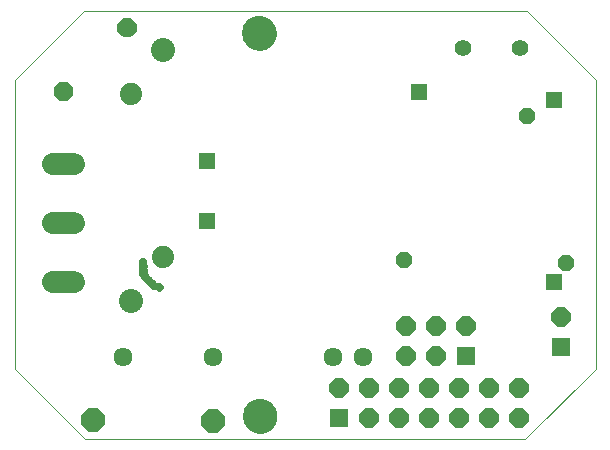
<source format=gbs>
G75*
%MOIN*%
%OFA0B0*%
%FSLAX25Y25*%
%IPPOS*%
%LPD*%
%AMOC8*
5,1,8,0,0,1.08239X$1,22.5*
%
%ADD10C,0.00000*%
%ADD11C,0.11424*%
%ADD12C,0.02762*%
%ADD13C,0.08000*%
%ADD14C,0.07400*%
%ADD15C,0.05600*%
%ADD16C,0.01267*%
%ADD17C,0.07450*%
%ADD18R,0.06400X0.06400*%
%ADD19OC8,0.06400*%
%ADD20OC8,0.08000*%
%ADD21OC8,0.05550*%
%ADD22R,0.05550X0.05550*%
%ADD23C,0.06337*%
D10*
X0001855Y0024792D02*
X0025398Y0001249D01*
X0172170Y0001249D01*
X0195713Y0024792D01*
X0195713Y0120934D01*
X0172564Y0144083D01*
X0025005Y0144083D01*
X0001855Y0120934D01*
X0001855Y0024792D01*
X0043627Y0056328D02*
X0043629Y0056397D01*
X0043635Y0056465D01*
X0043645Y0056533D01*
X0043659Y0056600D01*
X0043677Y0056667D01*
X0043698Y0056732D01*
X0043724Y0056796D01*
X0043753Y0056858D01*
X0043785Y0056918D01*
X0043821Y0056977D01*
X0043861Y0057033D01*
X0043903Y0057087D01*
X0043949Y0057138D01*
X0043998Y0057187D01*
X0044049Y0057233D01*
X0044103Y0057275D01*
X0044159Y0057315D01*
X0044217Y0057351D01*
X0044278Y0057383D01*
X0044340Y0057412D01*
X0044404Y0057438D01*
X0044469Y0057459D01*
X0044536Y0057477D01*
X0044603Y0057491D01*
X0044671Y0057501D01*
X0044739Y0057507D01*
X0044808Y0057509D01*
X0044877Y0057507D01*
X0044945Y0057501D01*
X0045013Y0057491D01*
X0045080Y0057477D01*
X0045147Y0057459D01*
X0045212Y0057438D01*
X0045276Y0057412D01*
X0045338Y0057383D01*
X0045398Y0057351D01*
X0045457Y0057315D01*
X0045513Y0057275D01*
X0045567Y0057233D01*
X0045618Y0057187D01*
X0045667Y0057138D01*
X0045713Y0057087D01*
X0045755Y0057033D01*
X0045795Y0056977D01*
X0045831Y0056918D01*
X0045863Y0056858D01*
X0045892Y0056796D01*
X0045918Y0056732D01*
X0045939Y0056667D01*
X0045957Y0056600D01*
X0045971Y0056533D01*
X0045981Y0056465D01*
X0045987Y0056397D01*
X0045989Y0056328D01*
X0045987Y0056259D01*
X0045981Y0056191D01*
X0045971Y0056123D01*
X0045957Y0056056D01*
X0045939Y0055989D01*
X0045918Y0055924D01*
X0045892Y0055860D01*
X0045863Y0055798D01*
X0045831Y0055737D01*
X0045795Y0055679D01*
X0045755Y0055623D01*
X0045713Y0055569D01*
X0045667Y0055518D01*
X0045618Y0055469D01*
X0045567Y0055423D01*
X0045513Y0055381D01*
X0045457Y0055341D01*
X0045399Y0055305D01*
X0045338Y0055273D01*
X0045276Y0055244D01*
X0045212Y0055218D01*
X0045147Y0055197D01*
X0045080Y0055179D01*
X0045013Y0055165D01*
X0044945Y0055155D01*
X0044877Y0055149D01*
X0044808Y0055147D01*
X0044739Y0055149D01*
X0044671Y0055155D01*
X0044603Y0055165D01*
X0044536Y0055179D01*
X0044469Y0055197D01*
X0044404Y0055218D01*
X0044340Y0055244D01*
X0044278Y0055273D01*
X0044217Y0055305D01*
X0044159Y0055341D01*
X0044103Y0055381D01*
X0044049Y0055423D01*
X0043998Y0055469D01*
X0043949Y0055518D01*
X0043903Y0055569D01*
X0043861Y0055623D01*
X0043821Y0055679D01*
X0043785Y0055737D01*
X0043753Y0055798D01*
X0043724Y0055860D01*
X0043698Y0055924D01*
X0043677Y0055989D01*
X0043659Y0056056D01*
X0043645Y0056123D01*
X0043635Y0056191D01*
X0043629Y0056259D01*
X0043627Y0056328D01*
X0043528Y0057607D02*
X0043530Y0057676D01*
X0043536Y0057744D01*
X0043546Y0057812D01*
X0043560Y0057879D01*
X0043578Y0057946D01*
X0043599Y0058011D01*
X0043625Y0058075D01*
X0043654Y0058137D01*
X0043686Y0058197D01*
X0043722Y0058256D01*
X0043762Y0058312D01*
X0043804Y0058366D01*
X0043850Y0058417D01*
X0043899Y0058466D01*
X0043950Y0058512D01*
X0044004Y0058554D01*
X0044060Y0058594D01*
X0044118Y0058630D01*
X0044179Y0058662D01*
X0044241Y0058691D01*
X0044305Y0058717D01*
X0044370Y0058738D01*
X0044437Y0058756D01*
X0044504Y0058770D01*
X0044572Y0058780D01*
X0044640Y0058786D01*
X0044709Y0058788D01*
X0044778Y0058786D01*
X0044846Y0058780D01*
X0044914Y0058770D01*
X0044981Y0058756D01*
X0045048Y0058738D01*
X0045113Y0058717D01*
X0045177Y0058691D01*
X0045239Y0058662D01*
X0045299Y0058630D01*
X0045358Y0058594D01*
X0045414Y0058554D01*
X0045468Y0058512D01*
X0045519Y0058466D01*
X0045568Y0058417D01*
X0045614Y0058366D01*
X0045656Y0058312D01*
X0045696Y0058256D01*
X0045732Y0058197D01*
X0045764Y0058137D01*
X0045793Y0058075D01*
X0045819Y0058011D01*
X0045840Y0057946D01*
X0045858Y0057879D01*
X0045872Y0057812D01*
X0045882Y0057744D01*
X0045888Y0057676D01*
X0045890Y0057607D01*
X0045888Y0057538D01*
X0045882Y0057470D01*
X0045872Y0057402D01*
X0045858Y0057335D01*
X0045840Y0057268D01*
X0045819Y0057203D01*
X0045793Y0057139D01*
X0045764Y0057077D01*
X0045732Y0057016D01*
X0045696Y0056958D01*
X0045656Y0056902D01*
X0045614Y0056848D01*
X0045568Y0056797D01*
X0045519Y0056748D01*
X0045468Y0056702D01*
X0045414Y0056660D01*
X0045358Y0056620D01*
X0045300Y0056584D01*
X0045239Y0056552D01*
X0045177Y0056523D01*
X0045113Y0056497D01*
X0045048Y0056476D01*
X0044981Y0056458D01*
X0044914Y0056444D01*
X0044846Y0056434D01*
X0044778Y0056428D01*
X0044709Y0056426D01*
X0044640Y0056428D01*
X0044572Y0056434D01*
X0044504Y0056444D01*
X0044437Y0056458D01*
X0044370Y0056476D01*
X0044305Y0056497D01*
X0044241Y0056523D01*
X0044179Y0056552D01*
X0044118Y0056584D01*
X0044060Y0056620D01*
X0044004Y0056660D01*
X0043950Y0056702D01*
X0043899Y0056748D01*
X0043850Y0056797D01*
X0043804Y0056848D01*
X0043762Y0056902D01*
X0043722Y0056958D01*
X0043686Y0057016D01*
X0043654Y0057077D01*
X0043625Y0057139D01*
X0043599Y0057203D01*
X0043578Y0057268D01*
X0043560Y0057335D01*
X0043546Y0057402D01*
X0043536Y0057470D01*
X0043530Y0057538D01*
X0043528Y0057607D01*
X0043528Y0058887D02*
X0043530Y0058956D01*
X0043536Y0059024D01*
X0043546Y0059092D01*
X0043560Y0059159D01*
X0043578Y0059226D01*
X0043599Y0059291D01*
X0043625Y0059355D01*
X0043654Y0059417D01*
X0043686Y0059477D01*
X0043722Y0059536D01*
X0043762Y0059592D01*
X0043804Y0059646D01*
X0043850Y0059697D01*
X0043899Y0059746D01*
X0043950Y0059792D01*
X0044004Y0059834D01*
X0044060Y0059874D01*
X0044118Y0059910D01*
X0044179Y0059942D01*
X0044241Y0059971D01*
X0044305Y0059997D01*
X0044370Y0060018D01*
X0044437Y0060036D01*
X0044504Y0060050D01*
X0044572Y0060060D01*
X0044640Y0060066D01*
X0044709Y0060068D01*
X0044778Y0060066D01*
X0044846Y0060060D01*
X0044914Y0060050D01*
X0044981Y0060036D01*
X0045048Y0060018D01*
X0045113Y0059997D01*
X0045177Y0059971D01*
X0045239Y0059942D01*
X0045299Y0059910D01*
X0045358Y0059874D01*
X0045414Y0059834D01*
X0045468Y0059792D01*
X0045519Y0059746D01*
X0045568Y0059697D01*
X0045614Y0059646D01*
X0045656Y0059592D01*
X0045696Y0059536D01*
X0045732Y0059477D01*
X0045764Y0059417D01*
X0045793Y0059355D01*
X0045819Y0059291D01*
X0045840Y0059226D01*
X0045858Y0059159D01*
X0045872Y0059092D01*
X0045882Y0059024D01*
X0045888Y0058956D01*
X0045890Y0058887D01*
X0045888Y0058818D01*
X0045882Y0058750D01*
X0045872Y0058682D01*
X0045858Y0058615D01*
X0045840Y0058548D01*
X0045819Y0058483D01*
X0045793Y0058419D01*
X0045764Y0058357D01*
X0045732Y0058296D01*
X0045696Y0058238D01*
X0045656Y0058182D01*
X0045614Y0058128D01*
X0045568Y0058077D01*
X0045519Y0058028D01*
X0045468Y0057982D01*
X0045414Y0057940D01*
X0045358Y0057900D01*
X0045300Y0057864D01*
X0045239Y0057832D01*
X0045177Y0057803D01*
X0045113Y0057777D01*
X0045048Y0057756D01*
X0044981Y0057738D01*
X0044914Y0057724D01*
X0044846Y0057714D01*
X0044778Y0057708D01*
X0044709Y0057706D01*
X0044640Y0057708D01*
X0044572Y0057714D01*
X0044504Y0057724D01*
X0044437Y0057738D01*
X0044370Y0057756D01*
X0044305Y0057777D01*
X0044241Y0057803D01*
X0044179Y0057832D01*
X0044118Y0057864D01*
X0044060Y0057900D01*
X0044004Y0057940D01*
X0043950Y0057982D01*
X0043899Y0058028D01*
X0043850Y0058077D01*
X0043804Y0058128D01*
X0043762Y0058182D01*
X0043722Y0058238D01*
X0043686Y0058296D01*
X0043654Y0058357D01*
X0043625Y0058419D01*
X0043599Y0058483D01*
X0043578Y0058548D01*
X0043560Y0058615D01*
X0043546Y0058682D01*
X0043536Y0058750D01*
X0043530Y0058818D01*
X0043528Y0058887D01*
X0043430Y0060265D02*
X0043432Y0060334D01*
X0043438Y0060402D01*
X0043448Y0060470D01*
X0043462Y0060537D01*
X0043480Y0060604D01*
X0043501Y0060669D01*
X0043527Y0060733D01*
X0043556Y0060795D01*
X0043588Y0060855D01*
X0043624Y0060914D01*
X0043664Y0060970D01*
X0043706Y0061024D01*
X0043752Y0061075D01*
X0043801Y0061124D01*
X0043852Y0061170D01*
X0043906Y0061212D01*
X0043962Y0061252D01*
X0044020Y0061288D01*
X0044081Y0061320D01*
X0044143Y0061349D01*
X0044207Y0061375D01*
X0044272Y0061396D01*
X0044339Y0061414D01*
X0044406Y0061428D01*
X0044474Y0061438D01*
X0044542Y0061444D01*
X0044611Y0061446D01*
X0044680Y0061444D01*
X0044748Y0061438D01*
X0044816Y0061428D01*
X0044883Y0061414D01*
X0044950Y0061396D01*
X0045015Y0061375D01*
X0045079Y0061349D01*
X0045141Y0061320D01*
X0045201Y0061288D01*
X0045260Y0061252D01*
X0045316Y0061212D01*
X0045370Y0061170D01*
X0045421Y0061124D01*
X0045470Y0061075D01*
X0045516Y0061024D01*
X0045558Y0060970D01*
X0045598Y0060914D01*
X0045634Y0060855D01*
X0045666Y0060795D01*
X0045695Y0060733D01*
X0045721Y0060669D01*
X0045742Y0060604D01*
X0045760Y0060537D01*
X0045774Y0060470D01*
X0045784Y0060402D01*
X0045790Y0060334D01*
X0045792Y0060265D01*
X0045790Y0060196D01*
X0045784Y0060128D01*
X0045774Y0060060D01*
X0045760Y0059993D01*
X0045742Y0059926D01*
X0045721Y0059861D01*
X0045695Y0059797D01*
X0045666Y0059735D01*
X0045634Y0059674D01*
X0045598Y0059616D01*
X0045558Y0059560D01*
X0045516Y0059506D01*
X0045470Y0059455D01*
X0045421Y0059406D01*
X0045370Y0059360D01*
X0045316Y0059318D01*
X0045260Y0059278D01*
X0045202Y0059242D01*
X0045141Y0059210D01*
X0045079Y0059181D01*
X0045015Y0059155D01*
X0044950Y0059134D01*
X0044883Y0059116D01*
X0044816Y0059102D01*
X0044748Y0059092D01*
X0044680Y0059086D01*
X0044611Y0059084D01*
X0044542Y0059086D01*
X0044474Y0059092D01*
X0044406Y0059102D01*
X0044339Y0059116D01*
X0044272Y0059134D01*
X0044207Y0059155D01*
X0044143Y0059181D01*
X0044081Y0059210D01*
X0044020Y0059242D01*
X0043962Y0059278D01*
X0043906Y0059318D01*
X0043852Y0059360D01*
X0043801Y0059406D01*
X0043752Y0059455D01*
X0043706Y0059506D01*
X0043664Y0059560D01*
X0043624Y0059616D01*
X0043588Y0059674D01*
X0043556Y0059735D01*
X0043527Y0059797D01*
X0043501Y0059861D01*
X0043480Y0059926D01*
X0043462Y0059993D01*
X0043448Y0060060D01*
X0043438Y0060128D01*
X0043432Y0060196D01*
X0043430Y0060265D01*
X0044316Y0055245D02*
X0044318Y0055314D01*
X0044324Y0055382D01*
X0044334Y0055450D01*
X0044348Y0055517D01*
X0044366Y0055584D01*
X0044387Y0055649D01*
X0044413Y0055713D01*
X0044442Y0055775D01*
X0044474Y0055835D01*
X0044510Y0055894D01*
X0044550Y0055950D01*
X0044592Y0056004D01*
X0044638Y0056055D01*
X0044687Y0056104D01*
X0044738Y0056150D01*
X0044792Y0056192D01*
X0044848Y0056232D01*
X0044906Y0056268D01*
X0044967Y0056300D01*
X0045029Y0056329D01*
X0045093Y0056355D01*
X0045158Y0056376D01*
X0045225Y0056394D01*
X0045292Y0056408D01*
X0045360Y0056418D01*
X0045428Y0056424D01*
X0045497Y0056426D01*
X0045566Y0056424D01*
X0045634Y0056418D01*
X0045702Y0056408D01*
X0045769Y0056394D01*
X0045836Y0056376D01*
X0045901Y0056355D01*
X0045965Y0056329D01*
X0046027Y0056300D01*
X0046087Y0056268D01*
X0046146Y0056232D01*
X0046202Y0056192D01*
X0046256Y0056150D01*
X0046307Y0056104D01*
X0046356Y0056055D01*
X0046402Y0056004D01*
X0046444Y0055950D01*
X0046484Y0055894D01*
X0046520Y0055835D01*
X0046552Y0055775D01*
X0046581Y0055713D01*
X0046607Y0055649D01*
X0046628Y0055584D01*
X0046646Y0055517D01*
X0046660Y0055450D01*
X0046670Y0055382D01*
X0046676Y0055314D01*
X0046678Y0055245D01*
X0046676Y0055176D01*
X0046670Y0055108D01*
X0046660Y0055040D01*
X0046646Y0054973D01*
X0046628Y0054906D01*
X0046607Y0054841D01*
X0046581Y0054777D01*
X0046552Y0054715D01*
X0046520Y0054654D01*
X0046484Y0054596D01*
X0046444Y0054540D01*
X0046402Y0054486D01*
X0046356Y0054435D01*
X0046307Y0054386D01*
X0046256Y0054340D01*
X0046202Y0054298D01*
X0046146Y0054258D01*
X0046088Y0054222D01*
X0046027Y0054190D01*
X0045965Y0054161D01*
X0045901Y0054135D01*
X0045836Y0054114D01*
X0045769Y0054096D01*
X0045702Y0054082D01*
X0045634Y0054072D01*
X0045566Y0054066D01*
X0045497Y0054064D01*
X0045428Y0054066D01*
X0045360Y0054072D01*
X0045292Y0054082D01*
X0045225Y0054096D01*
X0045158Y0054114D01*
X0045093Y0054135D01*
X0045029Y0054161D01*
X0044967Y0054190D01*
X0044906Y0054222D01*
X0044848Y0054258D01*
X0044792Y0054298D01*
X0044738Y0054340D01*
X0044687Y0054386D01*
X0044638Y0054435D01*
X0044592Y0054486D01*
X0044550Y0054540D01*
X0044510Y0054596D01*
X0044474Y0054654D01*
X0044442Y0054715D01*
X0044413Y0054777D01*
X0044387Y0054841D01*
X0044366Y0054906D01*
X0044348Y0054973D01*
X0044334Y0055040D01*
X0044324Y0055108D01*
X0044318Y0055176D01*
X0044316Y0055245D01*
X0045202Y0054359D02*
X0045204Y0054428D01*
X0045210Y0054496D01*
X0045220Y0054564D01*
X0045234Y0054631D01*
X0045252Y0054698D01*
X0045273Y0054763D01*
X0045299Y0054827D01*
X0045328Y0054889D01*
X0045360Y0054949D01*
X0045396Y0055008D01*
X0045436Y0055064D01*
X0045478Y0055118D01*
X0045524Y0055169D01*
X0045573Y0055218D01*
X0045624Y0055264D01*
X0045678Y0055306D01*
X0045734Y0055346D01*
X0045792Y0055382D01*
X0045853Y0055414D01*
X0045915Y0055443D01*
X0045979Y0055469D01*
X0046044Y0055490D01*
X0046111Y0055508D01*
X0046178Y0055522D01*
X0046246Y0055532D01*
X0046314Y0055538D01*
X0046383Y0055540D01*
X0046452Y0055538D01*
X0046520Y0055532D01*
X0046588Y0055522D01*
X0046655Y0055508D01*
X0046722Y0055490D01*
X0046787Y0055469D01*
X0046851Y0055443D01*
X0046913Y0055414D01*
X0046973Y0055382D01*
X0047032Y0055346D01*
X0047088Y0055306D01*
X0047142Y0055264D01*
X0047193Y0055218D01*
X0047242Y0055169D01*
X0047288Y0055118D01*
X0047330Y0055064D01*
X0047370Y0055008D01*
X0047406Y0054949D01*
X0047438Y0054889D01*
X0047467Y0054827D01*
X0047493Y0054763D01*
X0047514Y0054698D01*
X0047532Y0054631D01*
X0047546Y0054564D01*
X0047556Y0054496D01*
X0047562Y0054428D01*
X0047564Y0054359D01*
X0047562Y0054290D01*
X0047556Y0054222D01*
X0047546Y0054154D01*
X0047532Y0054087D01*
X0047514Y0054020D01*
X0047493Y0053955D01*
X0047467Y0053891D01*
X0047438Y0053829D01*
X0047406Y0053768D01*
X0047370Y0053710D01*
X0047330Y0053654D01*
X0047288Y0053600D01*
X0047242Y0053549D01*
X0047193Y0053500D01*
X0047142Y0053454D01*
X0047088Y0053412D01*
X0047032Y0053372D01*
X0046974Y0053336D01*
X0046913Y0053304D01*
X0046851Y0053275D01*
X0046787Y0053249D01*
X0046722Y0053228D01*
X0046655Y0053210D01*
X0046588Y0053196D01*
X0046520Y0053186D01*
X0046452Y0053180D01*
X0046383Y0053178D01*
X0046314Y0053180D01*
X0046246Y0053186D01*
X0046178Y0053196D01*
X0046111Y0053210D01*
X0046044Y0053228D01*
X0045979Y0053249D01*
X0045915Y0053275D01*
X0045853Y0053304D01*
X0045792Y0053336D01*
X0045734Y0053372D01*
X0045678Y0053412D01*
X0045624Y0053454D01*
X0045573Y0053500D01*
X0045524Y0053549D01*
X0045478Y0053600D01*
X0045436Y0053654D01*
X0045396Y0053710D01*
X0045360Y0053768D01*
X0045328Y0053829D01*
X0045299Y0053891D01*
X0045273Y0053955D01*
X0045252Y0054020D01*
X0045234Y0054087D01*
X0045220Y0054154D01*
X0045210Y0054222D01*
X0045204Y0054290D01*
X0045202Y0054359D01*
X0046284Y0053375D02*
X0046286Y0053444D01*
X0046292Y0053512D01*
X0046302Y0053580D01*
X0046316Y0053647D01*
X0046334Y0053714D01*
X0046355Y0053779D01*
X0046381Y0053843D01*
X0046410Y0053905D01*
X0046442Y0053965D01*
X0046478Y0054024D01*
X0046518Y0054080D01*
X0046560Y0054134D01*
X0046606Y0054185D01*
X0046655Y0054234D01*
X0046706Y0054280D01*
X0046760Y0054322D01*
X0046816Y0054362D01*
X0046874Y0054398D01*
X0046935Y0054430D01*
X0046997Y0054459D01*
X0047061Y0054485D01*
X0047126Y0054506D01*
X0047193Y0054524D01*
X0047260Y0054538D01*
X0047328Y0054548D01*
X0047396Y0054554D01*
X0047465Y0054556D01*
X0047534Y0054554D01*
X0047602Y0054548D01*
X0047670Y0054538D01*
X0047737Y0054524D01*
X0047804Y0054506D01*
X0047869Y0054485D01*
X0047933Y0054459D01*
X0047995Y0054430D01*
X0048055Y0054398D01*
X0048114Y0054362D01*
X0048170Y0054322D01*
X0048224Y0054280D01*
X0048275Y0054234D01*
X0048324Y0054185D01*
X0048370Y0054134D01*
X0048412Y0054080D01*
X0048452Y0054024D01*
X0048488Y0053965D01*
X0048520Y0053905D01*
X0048549Y0053843D01*
X0048575Y0053779D01*
X0048596Y0053714D01*
X0048614Y0053647D01*
X0048628Y0053580D01*
X0048638Y0053512D01*
X0048644Y0053444D01*
X0048646Y0053375D01*
X0048644Y0053306D01*
X0048638Y0053238D01*
X0048628Y0053170D01*
X0048614Y0053103D01*
X0048596Y0053036D01*
X0048575Y0052971D01*
X0048549Y0052907D01*
X0048520Y0052845D01*
X0048488Y0052784D01*
X0048452Y0052726D01*
X0048412Y0052670D01*
X0048370Y0052616D01*
X0048324Y0052565D01*
X0048275Y0052516D01*
X0048224Y0052470D01*
X0048170Y0052428D01*
X0048114Y0052388D01*
X0048056Y0052352D01*
X0047995Y0052320D01*
X0047933Y0052291D01*
X0047869Y0052265D01*
X0047804Y0052244D01*
X0047737Y0052226D01*
X0047670Y0052212D01*
X0047602Y0052202D01*
X0047534Y0052196D01*
X0047465Y0052194D01*
X0047396Y0052196D01*
X0047328Y0052202D01*
X0047260Y0052212D01*
X0047193Y0052226D01*
X0047126Y0052244D01*
X0047061Y0052265D01*
X0046997Y0052291D01*
X0046935Y0052320D01*
X0046874Y0052352D01*
X0046816Y0052388D01*
X0046760Y0052428D01*
X0046706Y0052470D01*
X0046655Y0052516D01*
X0046606Y0052565D01*
X0046560Y0052616D01*
X0046518Y0052670D01*
X0046478Y0052726D01*
X0046442Y0052784D01*
X0046410Y0052845D01*
X0046381Y0052907D01*
X0046355Y0052971D01*
X0046334Y0053036D01*
X0046316Y0053103D01*
X0046302Y0053170D01*
X0046292Y0053238D01*
X0046286Y0053306D01*
X0046284Y0053375D01*
X0047269Y0052391D02*
X0047271Y0052460D01*
X0047277Y0052528D01*
X0047287Y0052596D01*
X0047301Y0052663D01*
X0047319Y0052730D01*
X0047340Y0052795D01*
X0047366Y0052859D01*
X0047395Y0052921D01*
X0047427Y0052981D01*
X0047463Y0053040D01*
X0047503Y0053096D01*
X0047545Y0053150D01*
X0047591Y0053201D01*
X0047640Y0053250D01*
X0047691Y0053296D01*
X0047745Y0053338D01*
X0047801Y0053378D01*
X0047859Y0053414D01*
X0047920Y0053446D01*
X0047982Y0053475D01*
X0048046Y0053501D01*
X0048111Y0053522D01*
X0048178Y0053540D01*
X0048245Y0053554D01*
X0048313Y0053564D01*
X0048381Y0053570D01*
X0048450Y0053572D01*
X0048519Y0053570D01*
X0048587Y0053564D01*
X0048655Y0053554D01*
X0048722Y0053540D01*
X0048789Y0053522D01*
X0048854Y0053501D01*
X0048918Y0053475D01*
X0048980Y0053446D01*
X0049040Y0053414D01*
X0049099Y0053378D01*
X0049155Y0053338D01*
X0049209Y0053296D01*
X0049260Y0053250D01*
X0049309Y0053201D01*
X0049355Y0053150D01*
X0049397Y0053096D01*
X0049437Y0053040D01*
X0049473Y0052981D01*
X0049505Y0052921D01*
X0049534Y0052859D01*
X0049560Y0052795D01*
X0049581Y0052730D01*
X0049599Y0052663D01*
X0049613Y0052596D01*
X0049623Y0052528D01*
X0049629Y0052460D01*
X0049631Y0052391D01*
X0049629Y0052322D01*
X0049623Y0052254D01*
X0049613Y0052186D01*
X0049599Y0052119D01*
X0049581Y0052052D01*
X0049560Y0051987D01*
X0049534Y0051923D01*
X0049505Y0051861D01*
X0049473Y0051800D01*
X0049437Y0051742D01*
X0049397Y0051686D01*
X0049355Y0051632D01*
X0049309Y0051581D01*
X0049260Y0051532D01*
X0049209Y0051486D01*
X0049155Y0051444D01*
X0049099Y0051404D01*
X0049041Y0051368D01*
X0048980Y0051336D01*
X0048918Y0051307D01*
X0048854Y0051281D01*
X0048789Y0051260D01*
X0048722Y0051242D01*
X0048655Y0051228D01*
X0048587Y0051218D01*
X0048519Y0051212D01*
X0048450Y0051210D01*
X0048381Y0051212D01*
X0048313Y0051218D01*
X0048245Y0051228D01*
X0048178Y0051242D01*
X0048111Y0051260D01*
X0048046Y0051281D01*
X0047982Y0051307D01*
X0047920Y0051336D01*
X0047859Y0051368D01*
X0047801Y0051404D01*
X0047745Y0051444D01*
X0047691Y0051486D01*
X0047640Y0051532D01*
X0047591Y0051581D01*
X0047545Y0051632D01*
X0047503Y0051686D01*
X0047463Y0051742D01*
X0047427Y0051800D01*
X0047395Y0051861D01*
X0047366Y0051923D01*
X0047340Y0051987D01*
X0047319Y0052052D01*
X0047301Y0052119D01*
X0047287Y0052186D01*
X0047277Y0052254D01*
X0047271Y0052322D01*
X0047269Y0052391D01*
X0048843Y0051997D02*
X0048845Y0052066D01*
X0048851Y0052134D01*
X0048861Y0052202D01*
X0048875Y0052269D01*
X0048893Y0052336D01*
X0048914Y0052401D01*
X0048940Y0052465D01*
X0048969Y0052527D01*
X0049001Y0052587D01*
X0049037Y0052646D01*
X0049077Y0052702D01*
X0049119Y0052756D01*
X0049165Y0052807D01*
X0049214Y0052856D01*
X0049265Y0052902D01*
X0049319Y0052944D01*
X0049375Y0052984D01*
X0049433Y0053020D01*
X0049494Y0053052D01*
X0049556Y0053081D01*
X0049620Y0053107D01*
X0049685Y0053128D01*
X0049752Y0053146D01*
X0049819Y0053160D01*
X0049887Y0053170D01*
X0049955Y0053176D01*
X0050024Y0053178D01*
X0050093Y0053176D01*
X0050161Y0053170D01*
X0050229Y0053160D01*
X0050296Y0053146D01*
X0050363Y0053128D01*
X0050428Y0053107D01*
X0050492Y0053081D01*
X0050554Y0053052D01*
X0050614Y0053020D01*
X0050673Y0052984D01*
X0050729Y0052944D01*
X0050783Y0052902D01*
X0050834Y0052856D01*
X0050883Y0052807D01*
X0050929Y0052756D01*
X0050971Y0052702D01*
X0051011Y0052646D01*
X0051047Y0052587D01*
X0051079Y0052527D01*
X0051108Y0052465D01*
X0051134Y0052401D01*
X0051155Y0052336D01*
X0051173Y0052269D01*
X0051187Y0052202D01*
X0051197Y0052134D01*
X0051203Y0052066D01*
X0051205Y0051997D01*
X0051203Y0051928D01*
X0051197Y0051860D01*
X0051187Y0051792D01*
X0051173Y0051725D01*
X0051155Y0051658D01*
X0051134Y0051593D01*
X0051108Y0051529D01*
X0051079Y0051467D01*
X0051047Y0051406D01*
X0051011Y0051348D01*
X0050971Y0051292D01*
X0050929Y0051238D01*
X0050883Y0051187D01*
X0050834Y0051138D01*
X0050783Y0051092D01*
X0050729Y0051050D01*
X0050673Y0051010D01*
X0050615Y0050974D01*
X0050554Y0050942D01*
X0050492Y0050913D01*
X0050428Y0050887D01*
X0050363Y0050866D01*
X0050296Y0050848D01*
X0050229Y0050834D01*
X0050161Y0050824D01*
X0050093Y0050818D01*
X0050024Y0050816D01*
X0049955Y0050818D01*
X0049887Y0050824D01*
X0049819Y0050834D01*
X0049752Y0050848D01*
X0049685Y0050866D01*
X0049620Y0050887D01*
X0049556Y0050913D01*
X0049494Y0050942D01*
X0049433Y0050974D01*
X0049375Y0051010D01*
X0049319Y0051050D01*
X0049265Y0051092D01*
X0049214Y0051138D01*
X0049165Y0051187D01*
X0049119Y0051238D01*
X0049077Y0051292D01*
X0049037Y0051348D01*
X0049001Y0051406D01*
X0048969Y0051467D01*
X0048940Y0051529D01*
X0048914Y0051593D01*
X0048893Y0051658D01*
X0048875Y0051725D01*
X0048861Y0051792D01*
X0048851Y0051860D01*
X0048845Y0051928D01*
X0048843Y0051997D01*
X0078100Y0008929D02*
X0078102Y0009077D01*
X0078108Y0009225D01*
X0078118Y0009373D01*
X0078132Y0009520D01*
X0078150Y0009667D01*
X0078171Y0009813D01*
X0078197Y0009959D01*
X0078227Y0010104D01*
X0078260Y0010248D01*
X0078298Y0010391D01*
X0078339Y0010533D01*
X0078384Y0010674D01*
X0078432Y0010814D01*
X0078485Y0010953D01*
X0078541Y0011090D01*
X0078601Y0011225D01*
X0078664Y0011359D01*
X0078731Y0011491D01*
X0078802Y0011621D01*
X0078876Y0011749D01*
X0078953Y0011875D01*
X0079034Y0011999D01*
X0079118Y0012121D01*
X0079205Y0012240D01*
X0079296Y0012357D01*
X0079390Y0012472D01*
X0079486Y0012584D01*
X0079586Y0012694D01*
X0079688Y0012800D01*
X0079794Y0012904D01*
X0079902Y0013005D01*
X0080013Y0013103D01*
X0080126Y0013199D01*
X0080242Y0013291D01*
X0080360Y0013380D01*
X0080481Y0013465D01*
X0080604Y0013548D01*
X0080729Y0013627D01*
X0080856Y0013703D01*
X0080985Y0013775D01*
X0081116Y0013844D01*
X0081249Y0013909D01*
X0081384Y0013970D01*
X0081520Y0014028D01*
X0081657Y0014083D01*
X0081796Y0014133D01*
X0081937Y0014180D01*
X0082078Y0014223D01*
X0082221Y0014263D01*
X0082365Y0014298D01*
X0082509Y0014330D01*
X0082655Y0014357D01*
X0082801Y0014381D01*
X0082948Y0014401D01*
X0083095Y0014417D01*
X0083242Y0014429D01*
X0083390Y0014437D01*
X0083538Y0014441D01*
X0083686Y0014441D01*
X0083834Y0014437D01*
X0083982Y0014429D01*
X0084129Y0014417D01*
X0084276Y0014401D01*
X0084423Y0014381D01*
X0084569Y0014357D01*
X0084715Y0014330D01*
X0084859Y0014298D01*
X0085003Y0014263D01*
X0085146Y0014223D01*
X0085287Y0014180D01*
X0085428Y0014133D01*
X0085567Y0014083D01*
X0085704Y0014028D01*
X0085840Y0013970D01*
X0085975Y0013909D01*
X0086108Y0013844D01*
X0086239Y0013775D01*
X0086368Y0013703D01*
X0086495Y0013627D01*
X0086620Y0013548D01*
X0086743Y0013465D01*
X0086864Y0013380D01*
X0086982Y0013291D01*
X0087098Y0013199D01*
X0087211Y0013103D01*
X0087322Y0013005D01*
X0087430Y0012904D01*
X0087536Y0012800D01*
X0087638Y0012694D01*
X0087738Y0012584D01*
X0087834Y0012472D01*
X0087928Y0012357D01*
X0088019Y0012240D01*
X0088106Y0012121D01*
X0088190Y0011999D01*
X0088271Y0011875D01*
X0088348Y0011749D01*
X0088422Y0011621D01*
X0088493Y0011491D01*
X0088560Y0011359D01*
X0088623Y0011225D01*
X0088683Y0011090D01*
X0088739Y0010953D01*
X0088792Y0010814D01*
X0088840Y0010674D01*
X0088885Y0010533D01*
X0088926Y0010391D01*
X0088964Y0010248D01*
X0088997Y0010104D01*
X0089027Y0009959D01*
X0089053Y0009813D01*
X0089074Y0009667D01*
X0089092Y0009520D01*
X0089106Y0009373D01*
X0089116Y0009225D01*
X0089122Y0009077D01*
X0089124Y0008929D01*
X0089122Y0008781D01*
X0089116Y0008633D01*
X0089106Y0008485D01*
X0089092Y0008338D01*
X0089074Y0008191D01*
X0089053Y0008045D01*
X0089027Y0007899D01*
X0088997Y0007754D01*
X0088964Y0007610D01*
X0088926Y0007467D01*
X0088885Y0007325D01*
X0088840Y0007184D01*
X0088792Y0007044D01*
X0088739Y0006905D01*
X0088683Y0006768D01*
X0088623Y0006633D01*
X0088560Y0006499D01*
X0088493Y0006367D01*
X0088422Y0006237D01*
X0088348Y0006109D01*
X0088271Y0005983D01*
X0088190Y0005859D01*
X0088106Y0005737D01*
X0088019Y0005618D01*
X0087928Y0005501D01*
X0087834Y0005386D01*
X0087738Y0005274D01*
X0087638Y0005164D01*
X0087536Y0005058D01*
X0087430Y0004954D01*
X0087322Y0004853D01*
X0087211Y0004755D01*
X0087098Y0004659D01*
X0086982Y0004567D01*
X0086864Y0004478D01*
X0086743Y0004393D01*
X0086620Y0004310D01*
X0086495Y0004231D01*
X0086368Y0004155D01*
X0086239Y0004083D01*
X0086108Y0004014D01*
X0085975Y0003949D01*
X0085840Y0003888D01*
X0085704Y0003830D01*
X0085567Y0003775D01*
X0085428Y0003725D01*
X0085287Y0003678D01*
X0085146Y0003635D01*
X0085003Y0003595D01*
X0084859Y0003560D01*
X0084715Y0003528D01*
X0084569Y0003501D01*
X0084423Y0003477D01*
X0084276Y0003457D01*
X0084129Y0003441D01*
X0083982Y0003429D01*
X0083834Y0003421D01*
X0083686Y0003417D01*
X0083538Y0003417D01*
X0083390Y0003421D01*
X0083242Y0003429D01*
X0083095Y0003441D01*
X0082948Y0003457D01*
X0082801Y0003477D01*
X0082655Y0003501D01*
X0082509Y0003528D01*
X0082365Y0003560D01*
X0082221Y0003595D01*
X0082078Y0003635D01*
X0081937Y0003678D01*
X0081796Y0003725D01*
X0081657Y0003775D01*
X0081520Y0003830D01*
X0081384Y0003888D01*
X0081249Y0003949D01*
X0081116Y0004014D01*
X0080985Y0004083D01*
X0080856Y0004155D01*
X0080729Y0004231D01*
X0080604Y0004310D01*
X0080481Y0004393D01*
X0080360Y0004478D01*
X0080242Y0004567D01*
X0080126Y0004659D01*
X0080013Y0004755D01*
X0079902Y0004853D01*
X0079794Y0004954D01*
X0079688Y0005058D01*
X0079586Y0005164D01*
X0079486Y0005274D01*
X0079390Y0005386D01*
X0079296Y0005501D01*
X0079205Y0005618D01*
X0079118Y0005737D01*
X0079034Y0005859D01*
X0078953Y0005983D01*
X0078876Y0006109D01*
X0078802Y0006237D01*
X0078731Y0006367D01*
X0078664Y0006499D01*
X0078601Y0006633D01*
X0078541Y0006768D01*
X0078485Y0006905D01*
X0078432Y0007044D01*
X0078384Y0007184D01*
X0078339Y0007325D01*
X0078298Y0007467D01*
X0078260Y0007610D01*
X0078227Y0007754D01*
X0078197Y0007899D01*
X0078171Y0008045D01*
X0078150Y0008191D01*
X0078132Y0008338D01*
X0078118Y0008485D01*
X0078108Y0008633D01*
X0078102Y0008781D01*
X0078100Y0008929D01*
X0077903Y0136606D02*
X0077905Y0136754D01*
X0077911Y0136902D01*
X0077921Y0137050D01*
X0077935Y0137197D01*
X0077953Y0137344D01*
X0077974Y0137490D01*
X0078000Y0137636D01*
X0078030Y0137781D01*
X0078063Y0137925D01*
X0078101Y0138068D01*
X0078142Y0138210D01*
X0078187Y0138351D01*
X0078235Y0138491D01*
X0078288Y0138630D01*
X0078344Y0138767D01*
X0078404Y0138902D01*
X0078467Y0139036D01*
X0078534Y0139168D01*
X0078605Y0139298D01*
X0078679Y0139426D01*
X0078756Y0139552D01*
X0078837Y0139676D01*
X0078921Y0139798D01*
X0079008Y0139917D01*
X0079099Y0140034D01*
X0079193Y0140149D01*
X0079289Y0140261D01*
X0079389Y0140371D01*
X0079491Y0140477D01*
X0079597Y0140581D01*
X0079705Y0140682D01*
X0079816Y0140780D01*
X0079929Y0140876D01*
X0080045Y0140968D01*
X0080163Y0141057D01*
X0080284Y0141142D01*
X0080407Y0141225D01*
X0080532Y0141304D01*
X0080659Y0141380D01*
X0080788Y0141452D01*
X0080919Y0141521D01*
X0081052Y0141586D01*
X0081187Y0141647D01*
X0081323Y0141705D01*
X0081460Y0141760D01*
X0081599Y0141810D01*
X0081740Y0141857D01*
X0081881Y0141900D01*
X0082024Y0141940D01*
X0082168Y0141975D01*
X0082312Y0142007D01*
X0082458Y0142034D01*
X0082604Y0142058D01*
X0082751Y0142078D01*
X0082898Y0142094D01*
X0083045Y0142106D01*
X0083193Y0142114D01*
X0083341Y0142118D01*
X0083489Y0142118D01*
X0083637Y0142114D01*
X0083785Y0142106D01*
X0083932Y0142094D01*
X0084079Y0142078D01*
X0084226Y0142058D01*
X0084372Y0142034D01*
X0084518Y0142007D01*
X0084662Y0141975D01*
X0084806Y0141940D01*
X0084949Y0141900D01*
X0085090Y0141857D01*
X0085231Y0141810D01*
X0085370Y0141760D01*
X0085507Y0141705D01*
X0085643Y0141647D01*
X0085778Y0141586D01*
X0085911Y0141521D01*
X0086042Y0141452D01*
X0086171Y0141380D01*
X0086298Y0141304D01*
X0086423Y0141225D01*
X0086546Y0141142D01*
X0086667Y0141057D01*
X0086785Y0140968D01*
X0086901Y0140876D01*
X0087014Y0140780D01*
X0087125Y0140682D01*
X0087233Y0140581D01*
X0087339Y0140477D01*
X0087441Y0140371D01*
X0087541Y0140261D01*
X0087637Y0140149D01*
X0087731Y0140034D01*
X0087822Y0139917D01*
X0087909Y0139798D01*
X0087993Y0139676D01*
X0088074Y0139552D01*
X0088151Y0139426D01*
X0088225Y0139298D01*
X0088296Y0139168D01*
X0088363Y0139036D01*
X0088426Y0138902D01*
X0088486Y0138767D01*
X0088542Y0138630D01*
X0088595Y0138491D01*
X0088643Y0138351D01*
X0088688Y0138210D01*
X0088729Y0138068D01*
X0088767Y0137925D01*
X0088800Y0137781D01*
X0088830Y0137636D01*
X0088856Y0137490D01*
X0088877Y0137344D01*
X0088895Y0137197D01*
X0088909Y0137050D01*
X0088919Y0136902D01*
X0088925Y0136754D01*
X0088927Y0136606D01*
X0088925Y0136458D01*
X0088919Y0136310D01*
X0088909Y0136162D01*
X0088895Y0136015D01*
X0088877Y0135868D01*
X0088856Y0135722D01*
X0088830Y0135576D01*
X0088800Y0135431D01*
X0088767Y0135287D01*
X0088729Y0135144D01*
X0088688Y0135002D01*
X0088643Y0134861D01*
X0088595Y0134721D01*
X0088542Y0134582D01*
X0088486Y0134445D01*
X0088426Y0134310D01*
X0088363Y0134176D01*
X0088296Y0134044D01*
X0088225Y0133914D01*
X0088151Y0133786D01*
X0088074Y0133660D01*
X0087993Y0133536D01*
X0087909Y0133414D01*
X0087822Y0133295D01*
X0087731Y0133178D01*
X0087637Y0133063D01*
X0087541Y0132951D01*
X0087441Y0132841D01*
X0087339Y0132735D01*
X0087233Y0132631D01*
X0087125Y0132530D01*
X0087014Y0132432D01*
X0086901Y0132336D01*
X0086785Y0132244D01*
X0086667Y0132155D01*
X0086546Y0132070D01*
X0086423Y0131987D01*
X0086298Y0131908D01*
X0086171Y0131832D01*
X0086042Y0131760D01*
X0085911Y0131691D01*
X0085778Y0131626D01*
X0085643Y0131565D01*
X0085507Y0131507D01*
X0085370Y0131452D01*
X0085231Y0131402D01*
X0085090Y0131355D01*
X0084949Y0131312D01*
X0084806Y0131272D01*
X0084662Y0131237D01*
X0084518Y0131205D01*
X0084372Y0131178D01*
X0084226Y0131154D01*
X0084079Y0131134D01*
X0083932Y0131118D01*
X0083785Y0131106D01*
X0083637Y0131098D01*
X0083489Y0131094D01*
X0083341Y0131094D01*
X0083193Y0131098D01*
X0083045Y0131106D01*
X0082898Y0131118D01*
X0082751Y0131134D01*
X0082604Y0131154D01*
X0082458Y0131178D01*
X0082312Y0131205D01*
X0082168Y0131237D01*
X0082024Y0131272D01*
X0081881Y0131312D01*
X0081740Y0131355D01*
X0081599Y0131402D01*
X0081460Y0131452D01*
X0081323Y0131507D01*
X0081187Y0131565D01*
X0081052Y0131626D01*
X0080919Y0131691D01*
X0080788Y0131760D01*
X0080659Y0131832D01*
X0080532Y0131908D01*
X0080407Y0131987D01*
X0080284Y0132070D01*
X0080163Y0132155D01*
X0080045Y0132244D01*
X0079929Y0132336D01*
X0079816Y0132432D01*
X0079705Y0132530D01*
X0079597Y0132631D01*
X0079491Y0132735D01*
X0079389Y0132841D01*
X0079289Y0132951D01*
X0079193Y0133063D01*
X0079099Y0133178D01*
X0079008Y0133295D01*
X0078921Y0133414D01*
X0078837Y0133536D01*
X0078756Y0133660D01*
X0078679Y0133786D01*
X0078605Y0133914D01*
X0078534Y0134044D01*
X0078467Y0134176D01*
X0078404Y0134310D01*
X0078344Y0134445D01*
X0078288Y0134582D01*
X0078235Y0134721D01*
X0078187Y0134861D01*
X0078142Y0135002D01*
X0078101Y0135144D01*
X0078063Y0135287D01*
X0078030Y0135431D01*
X0078000Y0135576D01*
X0077974Y0135722D01*
X0077953Y0135868D01*
X0077935Y0136015D01*
X0077921Y0136162D01*
X0077911Y0136310D01*
X0077905Y0136458D01*
X0077903Y0136606D01*
D11*
X0083415Y0136606D03*
X0083612Y0008929D03*
D12*
X0050024Y0051997D03*
X0048450Y0052391D03*
X0047465Y0053375D03*
X0046383Y0054359D03*
X0045497Y0055245D03*
X0044808Y0056328D03*
X0044709Y0057607D03*
X0044709Y0058887D03*
X0044611Y0060265D03*
D13*
X0040744Y0047365D03*
X0051476Y0130863D03*
D14*
X0040744Y0116199D03*
X0051476Y0062028D03*
D15*
X0151450Y0131800D03*
X0170450Y0131800D03*
D16*
X0037440Y0138004D02*
X0036806Y0137370D01*
X0036806Y0139470D01*
X0038290Y0140954D01*
X0040390Y0140954D01*
X0041874Y0139470D01*
X0041874Y0137370D01*
X0040390Y0135886D01*
X0038290Y0135886D01*
X0036806Y0137370D01*
X0037757Y0137764D01*
X0037757Y0139076D01*
X0038684Y0140003D01*
X0039996Y0140003D01*
X0040923Y0139076D01*
X0040923Y0137764D01*
X0039996Y0136837D01*
X0038684Y0136837D01*
X0037757Y0137764D01*
X0038708Y0138158D01*
X0038708Y0138682D01*
X0039078Y0139052D01*
X0039602Y0139052D01*
X0039972Y0138682D01*
X0039972Y0138158D01*
X0039602Y0137788D01*
X0039078Y0137788D01*
X0038708Y0138158D01*
X0016227Y0116791D02*
X0015593Y0116157D01*
X0015593Y0118257D01*
X0017077Y0119741D01*
X0019177Y0119741D01*
X0020661Y0118257D01*
X0020661Y0116157D01*
X0019177Y0114673D01*
X0017077Y0114673D01*
X0015593Y0116157D01*
X0016544Y0116551D01*
X0016544Y0117863D01*
X0017471Y0118790D01*
X0018783Y0118790D01*
X0019710Y0117863D01*
X0019710Y0116551D01*
X0018783Y0115624D01*
X0017471Y0115624D01*
X0016544Y0116551D01*
X0017495Y0116945D01*
X0017495Y0117469D01*
X0017865Y0117839D01*
X0018389Y0117839D01*
X0018759Y0117469D01*
X0018759Y0116945D01*
X0018389Y0116575D01*
X0017865Y0116575D01*
X0017495Y0116945D01*
D17*
X0014708Y0093099D02*
X0021758Y0093099D01*
X0021758Y0073414D02*
X0014708Y0073414D01*
X0014708Y0053729D02*
X0021758Y0053729D01*
D18*
X0110083Y0008217D03*
X0152446Y0028847D03*
X0183981Y0032115D03*
D19*
X0183981Y0042115D03*
X0170083Y0018217D03*
X0160083Y0018217D03*
X0150083Y0018217D03*
X0140083Y0018217D03*
X0130083Y0018217D03*
X0120083Y0018217D03*
X0110083Y0018217D03*
X0120083Y0008217D03*
X0130083Y0008217D03*
X0140083Y0008217D03*
X0150083Y0008217D03*
X0160083Y0008217D03*
X0170083Y0008217D03*
X0142446Y0028847D03*
X0132446Y0028847D03*
X0132446Y0038847D03*
X0142446Y0038847D03*
X0152446Y0038847D03*
D20*
X0068076Y0007391D03*
X0027918Y0007706D03*
D21*
X0131816Y0060855D03*
X0185674Y0060146D03*
X0172839Y0109123D03*
D22*
X0181737Y0114320D03*
X0136560Y0116977D03*
X0065989Y0093847D03*
X0065989Y0074162D03*
X0181737Y0053690D03*
D23*
X0117879Y0028572D03*
X0107879Y0028572D03*
X0067879Y0028572D03*
X0037879Y0028572D03*
M02*

</source>
